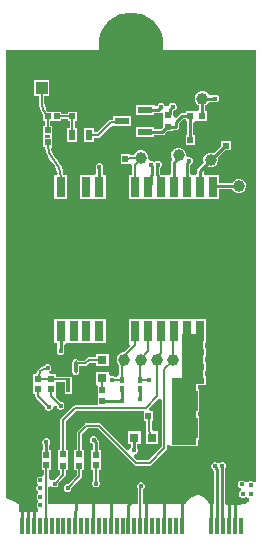
<source format=gtl>
G04*
G04 #@! TF.GenerationSoftware,Altium Limited,Altium Designer,23.6.0 (18)*
G04*
G04 Layer_Physical_Order=1*
G04 Layer_Color=255*
%FSLAX44Y44*%
%MOMM*%
G71*
G04*
G04 #@! TF.SameCoordinates,B62FFF2A-40BB-47C2-B022-6C0D6E2DF31E*
G04*
G04*
G04 #@! TF.FilePolarity,Positive*
G04*
G01*
G75*
%ADD17C,0.2540*%
%ADD26R,0.5500X0.6000*%
G04:AMPARAMS|DCode=27|XSize=1.164mm|YSize=0.3358mm|CornerRadius=0.1679mm|HoleSize=0mm|Usage=FLASHONLY|Rotation=90.000|XOffset=0mm|YOffset=0mm|HoleType=Round|Shape=RoundedRectangle|*
%AMROUNDEDRECTD27*
21,1,1.1640,0.0000,0,0,90.0*
21,1,0.8281,0.3358,0,0,90.0*
1,1,0.3358,0.0000,0.4141*
1,1,0.3358,0.0000,-0.4141*
1,1,0.3358,0.0000,-0.4141*
1,1,0.3358,0.0000,0.4141*
%
%ADD27ROUNDEDRECTD27*%
%ADD28R,0.3358X1.1640*%
%ADD29R,0.8000X0.8000*%
%ADD30R,0.5500X0.5500*%
%ADD31R,0.5500X0.5500*%
%ADD32R,0.5153X0.4725*%
%ADD33R,0.3500X1.4500*%
%ADD34R,0.4500X0.5000*%
%ADD35R,1.1546X1.7062*%
%ADD36R,1.2700X0.5588*%
%ADD37R,0.6000X0.9000*%
%ADD38R,0.5000X0.6000*%
%ADD39R,0.8000X0.8000*%
%ADD40R,0.5000X0.5000*%
%ADD41R,0.5000X0.5000*%
%ADD42R,0.6000X0.5000*%
%ADD47R,1.0000X1.0500*%
%ADD48R,1.0500X2.2000*%
%ADD61C,0.1905*%
%ADD62C,0.2413*%
%ADD63C,1.0000*%
%ADD64R,0.8001X1.7983*%
%ADD65C,0.4064*%
%ADD66C,5.5000*%
G36*
X171000Y133500D02*
X165000D01*
Y82000D01*
X144000D01*
Y138000D01*
X152993D01*
Y175690D01*
X171000D01*
Y133500D01*
D02*
G37*
G36*
X215922Y50937D02*
X215354Y50617D01*
X213382Y50158D01*
X212870Y50670D01*
X211657Y51172D01*
X210343D01*
X209130Y50670D01*
X208883Y50423D01*
X206896Y50198D01*
X205800Y50582D01*
X205328Y51055D01*
X204114Y51557D01*
X202801D01*
X201587Y51055D01*
X200658Y50126D01*
X200156Y48912D01*
Y47599D01*
X200658Y46385D01*
X201587Y45456D01*
X201804Y45366D01*
D01*
X202801Y44953D01*
X203000D01*
Y43113D01*
X202244Y42799D01*
X202051Y42607D01*
D01*
X201315Y41870D01*
X200812Y40657D01*
Y39343D01*
X201315Y38130D01*
X202244Y37201D01*
X203458Y36698D01*
X204771D01*
X205862Y37150D01*
X205985Y37201D01*
X207318Y37760D01*
X209458Y36676D01*
X209639Y34243D01*
X208588Y33541D01*
X207209Y32162D01*
X207209Y32162D01*
X206767Y31500D01*
X203000D01*
Y31000D01*
X190060D01*
Y31500D01*
X189620D01*
Y61855D01*
X189895Y62130D01*
X190397Y63343D01*
Y64657D01*
X189895Y65870D01*
X188966Y66799D01*
X187752Y67302D01*
X186439D01*
X185225Y66799D01*
X184063Y66026D01*
X182902Y66799D01*
X181688Y67302D01*
X180375D01*
X179161Y66799D01*
X178232Y65870D01*
X177729Y64657D01*
Y63343D01*
X178232Y62130D01*
X179161Y61201D01*
X179484Y61067D01*
X179524Y60864D01*
X180072Y60045D01*
X180380Y59737D01*
Y31500D01*
X175948D01*
X175902Y31731D01*
X175007Y33894D01*
X174123Y35217D01*
X172467Y36872D01*
X171144Y37757D01*
X171144Y37757D01*
X168981Y38652D01*
X168981Y38653D01*
X167421Y38963D01*
X165079D01*
X163519Y38653D01*
X163519Y38652D01*
X161356Y37757D01*
X160033Y36872D01*
X158377Y35217D01*
X157493Y33894D01*
X157493Y33894D01*
X156597Y31731D01*
X156552Y31500D01*
X119766D01*
Y44158D01*
X119870Y44201D01*
X120799Y45130D01*
X121302Y46343D01*
Y47657D01*
X120799Y48870D01*
X119870Y49799D01*
X118657Y50302D01*
X117343D01*
X116130Y49799D01*
X115201Y48870D01*
X114698Y47657D01*
Y46343D01*
X115201Y45130D01*
X115234Y45096D01*
Y31500D01*
X39766D01*
Y46370D01*
X41761Y46992D01*
X42306Y47024D01*
X43130Y46201D01*
X44343Y45698D01*
X45657D01*
X46870Y46201D01*
X47799Y47130D01*
X48302Y48343D01*
Y49097D01*
X53602Y54398D01*
X54093Y55133D01*
X54266Y56000D01*
Y60230D01*
X56270D01*
Y67690D01*
X56270Y67770D01*
Y70230D01*
X56270Y70310D01*
Y77770D01*
X54266D01*
Y102061D01*
X62939Y110734D01*
X118236D01*
X120480Y110020D01*
X120480Y108194D01*
Y101980D01*
X122734D01*
Y94085D01*
X122685Y94036D01*
X122685D01*
X122230Y93270D01*
X122230Y93270D01*
X122230Y91684D01*
Y82730D01*
X132770D01*
Y93270D01*
X129621D01*
X127266Y94036D01*
Y101980D01*
X128520D01*
Y110020D01*
X125817D01*
X124765Y112560D01*
X133194Y120989D01*
X134793Y120626D01*
X135734Y120016D01*
Y79939D01*
X124497Y68702D01*
X114987D01*
X112531Y71158D01*
X112572Y71981D01*
X113312Y73969D01*
X113870Y74201D01*
X114799Y75130D01*
X115302Y76343D01*
Y77657D01*
X114799Y78870D01*
X114590Y79080D01*
Y82730D01*
X117770D01*
Y93270D01*
X107230D01*
Y82730D01*
X109410D01*
Y79080D01*
X109201Y78870D01*
X108969Y78312D01*
X106981Y77572D01*
X106158Y77531D01*
X84087Y99602D01*
X83351Y100094D01*
X82484Y100266D01*
X72000D01*
X71133Y100094D01*
X70398Y99602D01*
X64398Y93602D01*
X63906Y92867D01*
X63734Y92000D01*
Y77770D01*
X61730D01*
Y70310D01*
X61730Y70230D01*
Y67770D01*
X61730Y67690D01*
Y60230D01*
X63734D01*
Y55939D01*
X56097Y48302D01*
X55343D01*
X54130Y47799D01*
X53201Y46870D01*
X52698Y45657D01*
Y44343D01*
X53201Y43130D01*
X54130Y42201D01*
X55343Y41698D01*
X56657D01*
X57870Y42201D01*
X58799Y43130D01*
X59302Y44343D01*
Y45097D01*
X67602Y53398D01*
X68094Y54133D01*
X68266Y55000D01*
Y60230D01*
X70270D01*
Y67690D01*
X70270Y67770D01*
Y70230D01*
X70270Y70310D01*
Y77770D01*
X68266D01*
Y91061D01*
X72939Y95734D01*
X81545D01*
X112446Y64834D01*
X113181Y64343D01*
X114048Y64170D01*
X114048Y64170D01*
X125436D01*
X126303Y64343D01*
X127038Y64834D01*
X139602Y77398D01*
X140093Y78133D01*
X140266Y79000D01*
X140266Y79000D01*
Y81564D01*
X142625Y82000D01*
X143028Y81028D01*
X144000Y80625D01*
X165000D01*
X165972Y81028D01*
X166375Y82000D01*
Y86199D01*
X167285D01*
Y105801D01*
X166375D01*
Y109199D01*
X167285D01*
Y128801D01*
X166375D01*
Y132125D01*
X171000D01*
X171253Y132230D01*
X172770D01*
Y139770D01*
X172375D01*
Y144230D01*
X172770D01*
Y151770D01*
X172375D01*
Y156230D01*
X172770D01*
Y163770D01*
X172375D01*
Y167740D01*
X173262D01*
Y188263D01*
X162721D01*
Y188264D01*
X162264D01*
Y188263D01*
X153806D01*
X151723Y188263D01*
X149183Y188263D01*
X140725Y188263D01*
X138185Y188263D01*
X129726Y188263D01*
X127186Y188263D01*
X118728Y188263D01*
X116188Y188263D01*
X107730D01*
Y167740D01*
X107943D01*
X108996Y165200D01*
X104065Y160270D01*
X102753D01*
X100448Y159315D01*
X98685Y157552D01*
X97730Y155247D01*
Y152753D01*
X98685Y150448D01*
X99734Y149399D01*
Y140520D01*
X98480D01*
Y140135D01*
X95940Y139480D01*
X95870Y139549D01*
X94657Y140052D01*
X93343D01*
X93194Y139990D01*
X90767Y141329D01*
X90653Y141478D01*
Y143810D01*
X80113D01*
Y133270D01*
X80113D01*
X81503Y131876D01*
Y125416D01*
X81503Y123836D01*
X81503Y121296D01*
Y115266D01*
X62000D01*
X61133Y115093D01*
X60398Y114602D01*
X50398Y104602D01*
X49907Y103867D01*
X49734Y103000D01*
Y77770D01*
X47730D01*
Y70310D01*
X47730Y70230D01*
Y67770D01*
X47730Y67690D01*
Y60230D01*
X49734D01*
Y56939D01*
X45097Y52302D01*
X44343D01*
X43130Y51799D01*
X40455Y52639D01*
X40093Y53133D01*
X40266Y54000D01*
Y60480D01*
X42020D01*
Y68980D01*
Y77520D01*
X40590D01*
Y81920D01*
X40799Y82130D01*
X41302Y83343D01*
Y84657D01*
X40799Y85870D01*
X39870Y86799D01*
X38657Y87302D01*
X37343D01*
X36130Y86799D01*
X35201Y85870D01*
X34698Y84657D01*
Y83343D01*
X35201Y82130D01*
X35410Y81920D01*
Y77520D01*
X33980D01*
Y68980D01*
Y60480D01*
X35734D01*
Y56836D01*
X33657Y54947D01*
X32343D01*
X31130Y54444D01*
X30201Y53516D01*
X29698Y52302D01*
Y51000D01*
Y50988D01*
X30201Y49775D01*
X31000Y48976D01*
Y47956D01*
X30081Y47036D01*
D01*
X29578Y45823D01*
Y44509D01*
X30081Y43295D01*
X31000Y42376D01*
Y40670D01*
X30259Y39928D01*
D01*
X30201Y39870D01*
D01*
X29698Y38657D01*
Y37343D01*
X30201Y36130D01*
X31000Y35330D01*
Y33670D01*
X30201Y32870D01*
D01*
D01*
X29698Y31657D01*
Y31500D01*
Y30343D01*
X30201Y29130D01*
X31000Y28330D01*
Y25000D01*
X15000D01*
Y31500D01*
X13233D01*
X12791Y32162D01*
X11412Y33541D01*
X11412Y33541D01*
X10088Y34425D01*
X10088Y34425D01*
X8286Y35172D01*
X7699Y35289D01*
X7125Y35463D01*
X6150Y35559D01*
X4078Y37200D01*
Y38000D01*
Y39343D01*
X4078Y415922D01*
X215922D01*
X215922Y50937D01*
D02*
G37*
%LPC*%
G36*
X171247Y381270D02*
X168753D01*
X166448Y380315D01*
X164685Y378552D01*
X163730Y376247D01*
Y373753D01*
X164685Y371448D01*
X166448Y369685D01*
X167410Y369286D01*
Y366354D01*
X166230Y364270D01*
X163770D01*
X163690Y364270D01*
X156230D01*
Y362590D01*
X152607D01*
X151616Y362393D01*
X150776Y361831D01*
X147810Y358865D01*
X145270Y359917D01*
Y361980D01*
X145320Y362230D01*
Y364657D01*
X145360Y364698D01*
X145657D01*
X146870Y365201D01*
X147799Y366130D01*
X148302Y367343D01*
Y368657D01*
X147799Y369870D01*
X146870Y370799D01*
X145657Y371302D01*
X144343D01*
X143130Y370799D01*
X142201Y369870D01*
X141698Y368657D01*
X140842Y368395D01*
X138302Y368657D01*
X137799Y369870D01*
X136870Y370799D01*
X135657Y371302D01*
X134343D01*
X133130Y370799D01*
X132201Y369870D01*
X131698Y368657D01*
X131456Y368654D01*
X128924Y369214D01*
Y369214D01*
X113684D01*
Y361086D01*
X128924D01*
Y362560D01*
X132150D01*
X133141Y362757D01*
X133981Y363319D01*
X134190Y363527D01*
X136683Y362495D01*
X136730Y362393D01*
Y357310D01*
X136730Y357230D01*
Y354770D01*
X136730Y354690D01*
Y350892D01*
X135277Y349440D01*
X128924D01*
Y350914D01*
X113684D01*
Y342786D01*
X128924D01*
Y344260D01*
X136350D01*
X137341Y344457D01*
X138181Y345019D01*
X140393Y347230D01*
X145270D01*
Y348410D01*
X147857D01*
X148848Y348607D01*
X149688Y349169D01*
X150250Y350009D01*
X150447Y351000D01*
Y354177D01*
X153680Y357410D01*
X156230D01*
Y355730D01*
X157410D01*
Y344270D01*
X156230D01*
Y335730D01*
X163770D01*
Y344270D01*
X162590D01*
Y353646D01*
X163770Y355730D01*
X166230D01*
X166310Y355730D01*
X173770D01*
Y364270D01*
X172590D01*
Y369286D01*
X173552Y369685D01*
X175315Y371448D01*
X175714Y372410D01*
X178920D01*
X179130Y372201D01*
X180343Y371698D01*
X181657D01*
X182870Y372201D01*
X183799Y373130D01*
X184302Y374343D01*
Y375657D01*
X183799Y376870D01*
X182870Y377799D01*
X181657Y378302D01*
X180343D01*
X179130Y377799D01*
X178920Y377590D01*
X175714D01*
X175315Y378552D01*
X173552Y380315D01*
X171247Y381270D01*
D02*
G37*
G36*
X109620Y360064D02*
X94380D01*
Y357058D01*
X92793D01*
X91925Y356886D01*
X91190Y356395D01*
X81310Y346515D01*
X78770Y346866D01*
Y349770D01*
X70230D01*
Y338230D01*
X78770D01*
Y341734D01*
X82000D01*
X82867Y341907D01*
X83602Y342398D01*
X92221Y351016D01*
X94380Y351936D01*
X94380Y351936D01*
Y351936D01*
X94380Y351936D01*
X109620D01*
Y360064D01*
D02*
G37*
G36*
X40270Y390270D02*
X27730D01*
Y377230D01*
X31734D01*
Y372071D01*
X31684D01*
X32057Y368289D01*
X33160Y364652D01*
X34951Y361300D01*
X35368Y360793D01*
Y356368D01*
X36734D01*
Y351770D01*
X35230D01*
Y344310D01*
X35230Y344230D01*
Y341770D01*
X35230Y341690D01*
Y334230D01*
X36890D01*
X37106Y332034D01*
X38405Y327753D01*
X40513Y323809D01*
X43351Y320351D01*
X43351D01*
X43424Y320347D01*
X45232Y318143D01*
X46602Y315581D01*
X47446Y312800D01*
X47510Y312142D01*
X45805Y310260D01*
X44738D01*
Y289736D01*
X55279D01*
Y310260D01*
X52290D01*
X51951Y313696D01*
X50847Y317339D01*
X49052Y320695D01*
X46638Y323638D01*
X46638Y323638D01*
X45030Y325512D01*
X44333Y326361D01*
X42649Y329511D01*
X41988Y331690D01*
X42770Y334230D01*
X42770D01*
Y341690D01*
X42770Y341770D01*
Y344230D01*
X42770Y344310D01*
Y351770D01*
X41266D01*
Y356368D01*
X50632D01*
Y357734D01*
X56230D01*
Y356230D01*
X57734D01*
Y349770D01*
X55230D01*
Y338230D01*
X63770D01*
Y349770D01*
X62266D01*
Y356230D01*
X63770D01*
Y363770D01*
X56230D01*
Y362266D01*
X50632D01*
Y363632D01*
X38952D01*
X38771Y363853D01*
X37404Y366410D01*
X36562Y369185D01*
X36278Y372071D01*
X36266D01*
Y377230D01*
X40270D01*
Y390270D01*
D02*
G37*
G36*
X194270Y338770D02*
X185730D01*
Y334893D01*
X179563Y328725D01*
X178247Y329270D01*
X175753D01*
X173448Y328315D01*
X171685Y326552D01*
X170730Y324247D01*
Y321753D01*
X171128Y320791D01*
X166160Y315823D01*
X165599Y314983D01*
X165402Y313992D01*
Y312056D01*
X163606Y310260D01*
X161379D01*
X159583Y312056D01*
Y318698D01*
X159657D01*
X160870Y319201D01*
X161799Y320130D01*
X162302Y321343D01*
Y322657D01*
X161799Y323870D01*
X160870Y324799D01*
X159657Y325302D01*
X158623D01*
X158269Y325370D01*
X156270Y327192D01*
Y328247D01*
X155315Y330552D01*
X153552Y332315D01*
X151247Y333270D01*
X148753D01*
X146448Y332315D01*
X144685Y330552D01*
X143730Y328247D01*
Y325753D01*
X144685Y323448D01*
X144745Y323388D01*
X144169Y322813D01*
X143607Y321972D01*
X143410Y320981D01*
Y312056D01*
X141614Y310260D01*
X140725D01*
X138185Y310260D01*
X134657D01*
X134536Y310871D01*
X134118Y311496D01*
Y316084D01*
X134400Y316201D01*
X135329Y317130D01*
X135832Y318343D01*
Y319657D01*
X135329Y320871D01*
X134400Y321799D01*
X133187Y322302D01*
X131873D01*
X130659Y321799D01*
X129498Y321026D01*
X128336Y321799D01*
X127123Y322302D01*
X126418D01*
X125218Y323112D01*
X124270Y324414D01*
Y326247D01*
X123315Y328552D01*
X121552Y330315D01*
X119247Y331270D01*
X116753D01*
X114448Y330315D01*
X112685Y328552D01*
X112152Y327266D01*
X108770D01*
Y328270D01*
X101230D01*
Y319730D01*
X108312D01*
X109213Y319417D01*
X110735Y318341D01*
Y310260D01*
X107730D01*
Y289736D01*
X116188D01*
X118271Y289736D01*
X120811Y289736D01*
X129269D01*
Y289736D01*
X129726D01*
Y289736D01*
X138185D01*
X140267Y289736D01*
X142807Y289736D01*
X151266Y289736D01*
X153806Y289736D01*
X162264Y289736D01*
X164804Y289736D01*
X173262Y289736D01*
X175802Y289736D01*
X184260D01*
Y298410D01*
X195286D01*
X195685Y297448D01*
X197448Y295685D01*
X199753Y294730D01*
X202247D01*
X204552Y295685D01*
X206315Y297448D01*
X207270Y299753D01*
Y302247D01*
X206315Y304552D01*
X204552Y306315D01*
X202247Y307270D01*
X199753D01*
X197448Y306315D01*
X195685Y304552D01*
X195286Y303590D01*
X184260D01*
Y310260D01*
X175802D01*
X173719Y310260D01*
X172377D01*
X171767Y310870D01*
Y314105D01*
X174791Y317128D01*
X175753Y316730D01*
X178247D01*
X180552Y317685D01*
X182315Y319448D01*
X183270Y321753D01*
Y324247D01*
X183018Y324855D01*
X189393Y331230D01*
X194270D01*
Y338770D01*
D02*
G37*
G36*
X83657Y320302D02*
X82343D01*
X81130Y319799D01*
X80201Y318870D01*
X79698Y317657D01*
Y316343D01*
X80201Y315130D01*
X80413Y314917D01*
Y312056D01*
X78617Y310260D01*
X77733D01*
X75193Y310260D01*
X66734D01*
Y289736D01*
X75193D01*
X77275Y289736D01*
X79815Y289736D01*
X88274D01*
Y310260D01*
X85593D01*
Y314923D01*
X85799Y315130D01*
X86302Y316343D01*
Y317657D01*
X85799Y318870D01*
X84870Y319799D01*
X83657Y320302D01*
D02*
G37*
G36*
X77733Y188263D02*
X75193Y188263D01*
X66734Y188263D01*
X64194Y188263D01*
X55736Y188263D01*
X53196Y188263D01*
X44738D01*
Y167740D01*
X47419D01*
Y163088D01*
X47201Y162870D01*
X46698Y161657D01*
Y160343D01*
X47201Y159130D01*
X48130Y158201D01*
X49343Y157698D01*
X50657D01*
X51870Y158201D01*
X52799Y159130D01*
X53302Y160343D01*
Y161657D01*
X52799Y162870D01*
X52598Y163071D01*
Y165944D01*
X54394Y167740D01*
X55279D01*
X57819Y167740D01*
X66277Y167740D01*
X68817Y167740D01*
X77275Y167740D01*
X79815Y167740D01*
X88274D01*
Y188263D01*
X77733Y188263D01*
D02*
G37*
G36*
X90653Y158810D02*
X80113D01*
Y155806D01*
X73714D01*
X72847Y155633D01*
X72111Y155142D01*
X70124Y153155D01*
X65669D01*
X65126Y153968D01*
X64151Y154620D01*
X63000Y154848D01*
X61849Y154620D01*
X60874Y153968D01*
X60222Y152992D01*
X59993Y151842D01*
Y143560D01*
X60222Y142410D01*
X60874Y141434D01*
X61849Y140782D01*
X63000Y140553D01*
X64151Y140782D01*
X65126Y141434D01*
X65778Y142410D01*
X66007Y143560D01*
Y148623D01*
X71063D01*
X71930Y148796D01*
X72665Y149287D01*
X74652Y151274D01*
X80113D01*
Y148270D01*
X90653D01*
Y158810D01*
D02*
G37*
G36*
X39657Y150302D02*
X38343D01*
X37130Y149799D01*
X36201Y148870D01*
X36187Y148837D01*
X34227Y148025D01*
X32249Y146508D01*
D01*
X31373Y145627D01*
D01*
X29922Y143736D01*
X29011Y141534D01*
X29009Y141520D01*
X26980D01*
Y132980D01*
Y124480D01*
X28734D01*
Y123000D01*
X28907Y122133D01*
X29398Y121398D01*
X36698Y114097D01*
Y113343D01*
X37201Y112130D01*
X38130Y111201D01*
X39343Y110698D01*
X40657D01*
X41870Y111201D01*
X42799Y112130D01*
X43302Y113343D01*
Y113769D01*
X45515Y115159D01*
X45649Y115189D01*
X46698Y114407D01*
Y114343D01*
X47201Y113130D01*
X48130Y112201D01*
X49343Y111698D01*
X50657D01*
X51870Y112201D01*
X52799Y113130D01*
X53302Y114343D01*
Y115657D01*
X52799Y116870D01*
X51870Y117799D01*
X50657Y118302D01*
X49903D01*
X46193Y122012D01*
X46020Y124480D01*
X46020D01*
Y134984D01*
X53551D01*
Y125209D01*
X59449D01*
Y139389D01*
X56329D01*
X55690Y139516D01*
X46020D01*
Y141520D01*
X41036D01*
X40531Y144060D01*
X40870Y144201D01*
X41799Y145130D01*
X42302Y146343D01*
Y147657D01*
X41799Y148870D01*
X40870Y149799D01*
X39657Y150302D01*
D02*
G37*
G36*
X78657Y89302D02*
X77343D01*
X76130Y88799D01*
X75201Y87870D01*
X74698Y86657D01*
Y85343D01*
X75201Y84130D01*
X76130Y83201D01*
X77343Y82698D01*
X77410D01*
Y77520D01*
X75980D01*
Y68980D01*
Y60480D01*
X77734D01*
Y51404D01*
X77201Y50870D01*
X76698Y49657D01*
Y48343D01*
X77201Y47130D01*
X78130Y46201D01*
X79343Y45698D01*
X80657D01*
X81870Y46201D01*
X82799Y47130D01*
X83302Y48343D01*
Y49657D01*
X82799Y50870D01*
X82266Y51404D01*
Y60480D01*
X84020D01*
Y68980D01*
Y77520D01*
X82590D01*
Y84000D01*
X82393Y84991D01*
X81831Y85831D01*
X81302Y86361D01*
Y86657D01*
X80799Y87870D01*
X79870Y88799D01*
X78657Y89302D01*
D02*
G37*
%LPD*%
G36*
X41395Y344230D02*
Y341770D01*
Y341770D01*
X36605D01*
Y341770D01*
Y344230D01*
Y344230D01*
X41395D01*
Y344230D01*
D02*
G37*
D17*
X112500Y88000D02*
G03*
X112000Y86793I1207J-1207D01*
G01*
X85523Y118856D02*
X85595Y118928D01*
X101928D01*
X102000Y119000D01*
X69468Y121045D02*
X69500Y121076D01*
Y132299D01*
X146000Y320981D02*
X150000Y324981D01*
Y327000D01*
X146000Y300003D02*
Y320981D01*
X159500Y360000D02*
X160000Y359500D01*
X141000Y351000D02*
X147857D01*
X152607Y360000D02*
X159500D01*
X147857Y355249D02*
X152607Y360000D01*
X147857Y351000D02*
Y355249D01*
X63000Y26388D02*
Y38000D01*
X77500Y12750D02*
Y34000D01*
X193000Y27879D02*
Y37000D01*
X192500Y27379D02*
X193000Y27879D01*
X192500Y12750D02*
Y27379D01*
X62500Y12750D02*
Y25888D01*
X63000Y26388D01*
X78000Y86000D02*
X80000Y84000D01*
Y73250D02*
Y84000D01*
X112000Y77000D02*
Y86793D01*
X106000Y106000D02*
X115000D01*
X117000Y121000D02*
Y129250D01*
X102000Y119000D02*
Y129250D01*
X38000Y73250D02*
Y84000D01*
X83000Y317000D02*
X83003Y316997D01*
Y299998D02*
Y316997D01*
X156993Y319993D02*
X159000Y322000D01*
X156993Y299998D02*
Y319993D01*
X50000Y161000D02*
X50009Y161008D01*
Y178002D01*
X179992Y301000D02*
X201000D01*
X178990Y299998D02*
X179992Y301000D01*
X145995Y299998D02*
X146000Y300003D01*
X167992Y313992D02*
X177000Y323000D01*
X167992Y299998D02*
Y313992D01*
X177500Y323000D02*
X189500Y335000D01*
X190000D01*
X177000Y323000D02*
X177500D01*
X190000Y345000D02*
Y354000D01*
X170000Y340000D02*
X177000D01*
X170000Y375000D02*
X181000D01*
X170000Y360000D02*
Y375000D01*
X160000Y340000D02*
Y359500D01*
Y340000D02*
X160000Y340000D01*
X136350Y346850D02*
X140500Y351000D01*
X121304Y346850D02*
X136350D01*
X140500Y351000D02*
X141000D01*
X142730Y365730D02*
X145000Y368000D01*
X141500Y361000D02*
X142730Y362230D01*
X141000Y361000D02*
X141500D01*
X142730Y362230D02*
Y365730D01*
X132150Y365150D02*
X135000Y368000D01*
X121304Y365150D02*
X132150D01*
X95000Y324000D02*
Y334000D01*
X95000Y324000D02*
X95000Y324000D01*
X70000Y360000D02*
X79000D01*
X176000Y43588D02*
X177500Y42088D01*
Y12750D02*
Y42088D01*
X176000Y43588D02*
Y44000D01*
X111000Y34588D02*
Y35000D01*
X107500Y31088D02*
X111000Y34588D01*
X107500Y12750D02*
Y31088D01*
X197500Y12750D02*
Y33000D01*
X152000Y36000D02*
X152500Y35500D01*
Y12750D02*
Y35500D01*
X137000Y36000D02*
X137500Y35500D01*
Y12750D02*
Y35500D01*
X122500Y34500D02*
X123000Y35000D01*
X122500Y12750D02*
Y34500D01*
X92500Y33500D02*
X93000Y34000D01*
X92500Y12750D02*
Y33500D01*
X27500Y12750D02*
Y29000D01*
X27000Y12750D02*
X27500D01*
X22500D02*
Y29000D01*
X17500Y12750D02*
Y27000D01*
D26*
X31000Y137250D02*
D03*
Y128750D02*
D03*
X42000Y137250D02*
D03*
Y128750D02*
D03*
X38000Y73250D02*
D03*
Y64750D02*
D03*
X80000Y73250D02*
D03*
Y64750D02*
D03*
D27*
X63000Y147701D02*
D03*
X69500Y132299D02*
D03*
D28*
X56500D02*
D03*
D29*
X85384Y138540D02*
D03*
Y153540D02*
D03*
D30*
X85523Y118856D02*
D03*
Y127856D02*
D03*
D31*
X124500Y106000D02*
D03*
X115500D02*
D03*
D32*
X39214Y360000D02*
D03*
X46786D02*
D03*
D33*
X17500Y12750D02*
D03*
X22500D02*
D03*
X27500D02*
D03*
X32500D02*
D03*
X37500D02*
D03*
X42500D02*
D03*
X47500D02*
D03*
X52500D02*
D03*
X57500D02*
D03*
X62500D02*
D03*
X67500D02*
D03*
X72500D02*
D03*
X77500D02*
D03*
X82500D02*
D03*
X87500D02*
D03*
X92500D02*
D03*
X97500D02*
D03*
X102500D02*
D03*
X107500D02*
D03*
X112500D02*
D03*
X117500D02*
D03*
X122500D02*
D03*
X127500D02*
D03*
X132500D02*
D03*
X137500D02*
D03*
X142500D02*
D03*
X147500D02*
D03*
X152500D02*
D03*
X187500D02*
D03*
X192500D02*
D03*
X197500D02*
D03*
X202500D02*
D03*
X182500D02*
D03*
X177500D02*
D03*
D34*
X102000Y136750D02*
D03*
Y129250D02*
D03*
X117000Y136750D02*
D03*
Y129250D02*
D03*
D35*
X185758Y96000D02*
D03*
X160242D02*
D03*
X185758Y119000D02*
D03*
X160242D02*
D03*
D36*
X121304Y346850D02*
D03*
Y365150D02*
D03*
X102000Y356000D02*
D03*
D37*
X59500Y344000D02*
D03*
X74500D02*
D03*
D38*
X170000Y340000D02*
D03*
X160000D02*
D03*
X95000Y324000D02*
D03*
X105000D02*
D03*
X160000Y360000D02*
D03*
X170000D02*
D03*
D39*
X127500Y88000D02*
D03*
X112500D02*
D03*
D40*
X70000Y360000D02*
D03*
X60000D02*
D03*
X179000Y160000D02*
D03*
X169000D02*
D03*
X179000Y148000D02*
D03*
X169000D02*
D03*
X179000Y136000D02*
D03*
X169000D02*
D03*
D41*
X39000Y348000D02*
D03*
Y338000D02*
D03*
D42*
X66000Y64000D02*
D03*
Y74000D02*
D03*
X52000Y64000D02*
D03*
Y74000D02*
D03*
X190000Y335000D02*
D03*
Y345000D02*
D03*
X141000Y361000D02*
D03*
Y351000D02*
D03*
D47*
X34000Y383750D02*
D03*
D48*
X19250Y399000D02*
D03*
X48750D02*
D03*
D61*
X33000Y144000D02*
G03*
X31000Y139172I4828J-4828D01*
G01*
X39000Y147000D02*
G03*
X33879Y144879I0J-7243D01*
G01*
X118000Y47000D02*
G03*
X117500Y45793I1207J-1207D01*
G01*
X125000Y94036D02*
G03*
X127500Y88000I8536J0D01*
G01*
X59500Y344000D02*
G03*
X60000Y345207I-1207J1207D01*
G01*
X34000Y372071D02*
G03*
X39000Y360000I17071J0D01*
G01*
X39000Y336485D02*
G03*
X45000Y322000I20485J0D01*
G01*
X50009Y309908D02*
G03*
X45000Y322000I-17100J0D01*
G01*
X42000Y137250D02*
X55690D01*
X56500Y132299D02*
Y136440D01*
X55690Y137250D02*
X56500Y136440D01*
X85523Y127856D02*
Y138400D01*
X85384Y138540D02*
X85523Y138400D01*
X63000Y147701D02*
Y150218D01*
X63671Y150889D01*
X71063D01*
X73714Y153540D01*
X85384D01*
X102000Y136750D02*
Y155000D01*
X113000Y166000D01*
X31000Y137250D02*
Y139172D01*
X33000Y144000D02*
X33879Y144879D01*
X31000Y137250D02*
X42000D01*
X31000Y123000D02*
X40000Y114000D01*
X31000Y123000D02*
Y128750D01*
X42000Y123000D02*
X50000Y115000D01*
X42000Y123000D02*
Y128750D01*
X117500Y12750D02*
Y45793D01*
X145000Y154000D02*
Y177007D01*
X145995Y178002D01*
X114048Y66436D02*
X125436D01*
X72000Y98000D02*
X82484D01*
X114048Y66436D01*
X66000Y92000D02*
X72000Y98000D01*
X66000Y74000D02*
Y92000D01*
X125436Y66436D02*
X138000Y79000D01*
Y145888D02*
X145000Y152888D01*
X138000Y79000D02*
Y145888D01*
X145000Y152888D02*
Y154000D01*
X52000Y103000D02*
X62000Y113000D01*
X52000Y74000D02*
Y103000D01*
X62000Y113000D02*
X122000D01*
X132000Y123000D01*
Y154000D01*
Y156191D02*
X134997Y159187D01*
Y178002D01*
X132000Y154000D02*
Y156191D01*
X125000Y94036D02*
Y106000D01*
X117000Y136750D02*
X125000D01*
X94000D02*
X102000D01*
X113000Y166000D02*
Y178002D01*
X117000Y136750D02*
Y154000D01*
X123999Y160999D01*
Y178002D01*
X113000Y318887D02*
X118000Y323887D01*
X113000Y299998D02*
Y318887D01*
X118000Y323887D02*
Y325000D01*
X108000D02*
X118000D01*
X107000Y324000D02*
X108000Y325000D01*
X92793Y354793D02*
X100793D01*
X102000Y356000D01*
X82000Y344000D02*
X92793Y354793D01*
X74500Y344000D02*
X82000D01*
X60000Y345207D02*
Y360000D01*
X47000D02*
X60000D01*
X39000D02*
X39000Y360000D01*
Y348000D02*
Y360000D01*
X34000Y372071D02*
Y383750D01*
X39000Y336485D02*
Y338000D01*
X50009Y299998D02*
Y309908D01*
X80000Y49000D02*
Y64750D01*
X45000Y49000D02*
X52000Y56000D01*
Y64000D01*
X56000Y45000D02*
X66000Y55000D01*
Y64000D01*
X38000Y54000D02*
Y64750D01*
X37500Y53500D02*
X38000Y54000D01*
X37500Y12750D02*
Y53500D01*
D62*
X187096Y13727D02*
G03*
X187500Y12750I1381J0D01*
G01*
X182500D02*
G03*
X182904Y13727I-976J976D01*
G01*
X187096D02*
Y64000D01*
X187096Y64000D01*
X127402Y310514D02*
Y317617D01*
X126793Y302792D02*
Y309905D01*
X127402Y310514D01*
X123999Y299998D02*
X126793Y302792D01*
X181031Y64000D02*
X181857Y63175D01*
Y61830D02*
Y63175D01*
Y61830D02*
X182904Y60783D01*
Y13727D02*
Y60783D01*
X131593Y310514D02*
Y317617D01*
X132203Y302792D02*
X134997Y299998D01*
X131593Y310514D02*
X132203Y309905D01*
Y302792D02*
Y309905D01*
D63*
X132000Y154000D02*
D03*
X177000Y323000D02*
D03*
X118000Y325000D02*
D03*
X150000Y327000D02*
D03*
X170000Y375000D02*
D03*
X201000Y301000D02*
D03*
X104000Y154000D02*
D03*
X118000D02*
D03*
X145000D02*
D03*
D64*
X113000Y299998D02*
D03*
X156993D02*
D03*
X167992D02*
D03*
X178990D02*
D03*
X123999D02*
D03*
X134997D02*
D03*
X145995D02*
D03*
X83003D02*
D03*
X50009D02*
D03*
X61007D02*
D03*
X72005D02*
D03*
X39010D02*
D03*
X72005Y178002D02*
D03*
X50009D02*
D03*
X39010D02*
D03*
X83003D02*
D03*
X61007D02*
D03*
X145995D02*
D03*
X134997D02*
D03*
X123999D02*
D03*
X178990D02*
D03*
X167992D02*
D03*
X156993D02*
D03*
X113000D02*
D03*
D65*
X69468Y121045D02*
D03*
X40000Y114000D02*
D03*
X50000Y115000D02*
D03*
X39000Y147000D02*
D03*
X118000Y47000D02*
D03*
X200000Y78350D02*
D03*
X207794Y79007D02*
D03*
X203112Y61996D02*
D03*
X211343Y71000D02*
D03*
X212000Y61000D02*
D03*
X63000Y38000D02*
D03*
X193000Y37000D02*
D03*
X208000Y193000D02*
D03*
X205000Y239000D02*
D03*
X206000Y215000D02*
D03*
Y259000D02*
D03*
Y268000D02*
D03*
Y276000D02*
D03*
X213640Y410220D02*
D03*
X209830Y402600D02*
D03*
X213640Y394980D02*
D03*
X209830Y387360D02*
D03*
X206020Y410220D02*
D03*
X202210Y402600D02*
D03*
X206020Y394980D02*
D03*
X202210Y387360D02*
D03*
Y174000D02*
D03*
Y158760D02*
D03*
Y143520D02*
D03*
X198400Y410220D02*
D03*
X194590Y402600D02*
D03*
X198400Y394980D02*
D03*
X194590Y387360D02*
D03*
X190780Y410220D02*
D03*
X186970Y402600D02*
D03*
X190780Y394980D02*
D03*
X186970Y387360D02*
D03*
X183160Y410220D02*
D03*
X179350Y402600D02*
D03*
X183160Y394980D02*
D03*
X179350Y387360D02*
D03*
X175540Y410220D02*
D03*
X171730Y402600D02*
D03*
X175540Y394980D02*
D03*
X171730Y387360D02*
D03*
X167920Y410220D02*
D03*
X164110Y402600D02*
D03*
X167920Y394980D02*
D03*
X164110Y387360D02*
D03*
X160300Y410220D02*
D03*
X156490Y402600D02*
D03*
X160300Y394980D02*
D03*
X156490Y387360D02*
D03*
X152680Y410220D02*
D03*
X148870Y402600D02*
D03*
X152680Y394980D02*
D03*
X148870Y387360D02*
D03*
X145060Y410220D02*
D03*
X141250Y402600D02*
D03*
X145060Y394980D02*
D03*
X141250Y387360D02*
D03*
X137440Y394980D02*
D03*
X133630Y387360D02*
D03*
X126010D02*
D03*
X110770Y372120D02*
D03*
X106960Y379740D02*
D03*
X103150Y372120D02*
D03*
X106960Y364500D02*
D03*
X103150Y341640D02*
D03*
X95530Y387360D02*
D03*
X99340Y379740D02*
D03*
X95530Y372120D02*
D03*
X99340Y364500D02*
D03*
X95530Y341640D02*
D03*
Y311160D02*
D03*
Y295920D02*
D03*
Y280680D02*
D03*
X87910Y387360D02*
D03*
X91720Y379740D02*
D03*
X87910Y372120D02*
D03*
X91720Y364500D02*
D03*
X87910Y341640D02*
D03*
Y326400D02*
D03*
X91720Y303540D02*
D03*
Y288300D02*
D03*
X87910Y280680D02*
D03*
X91720Y273060D02*
D03*
X87910Y265440D02*
D03*
X80290Y402600D02*
D03*
X84100Y394980D02*
D03*
X80290Y387360D02*
D03*
X84100Y379740D02*
D03*
X80290Y372120D02*
D03*
X84100Y364500D02*
D03*
Y334020D02*
D03*
X80290Y326400D02*
D03*
Y280680D02*
D03*
X84100Y273060D02*
D03*
X80290Y265440D02*
D03*
X76480Y410220D02*
D03*
X72670Y402600D02*
D03*
X76480Y394980D02*
D03*
X72670Y387360D02*
D03*
X76480Y379740D02*
D03*
X72670Y372120D02*
D03*
X76480Y334020D02*
D03*
X72670Y326400D02*
D03*
X76480Y318780D02*
D03*
Y273060D02*
D03*
X72670Y265440D02*
D03*
X68860Y410220D02*
D03*
X65050Y402600D02*
D03*
X68860Y394980D02*
D03*
X65050Y387360D02*
D03*
X68860Y379740D02*
D03*
X65050Y372120D02*
D03*
X68860Y334020D02*
D03*
X65050Y326400D02*
D03*
X68860Y318780D02*
D03*
Y273060D02*
D03*
X65050Y265440D02*
D03*
X61240Y379740D02*
D03*
X57430Y372120D02*
D03*
X61240Y334020D02*
D03*
X57430Y326400D02*
D03*
Y280680D02*
D03*
X53620Y379740D02*
D03*
X49810Y372120D02*
D03*
Y280680D02*
D03*
X42190D02*
D03*
X46000Y273060D02*
D03*
X42190Y265440D02*
D03*
X38380Y410220D02*
D03*
X34570Y402600D02*
D03*
Y280680D02*
D03*
X38380Y273060D02*
D03*
X34570Y265440D02*
D03*
X30760Y410220D02*
D03*
X26950Y326400D02*
D03*
X30760Y318780D02*
D03*
X26950Y311160D02*
D03*
X30760Y303540D02*
D03*
X26950Y295920D02*
D03*
X30760Y288300D02*
D03*
X26950Y280680D02*
D03*
X30760Y273060D02*
D03*
X26950Y265440D02*
D03*
X19330Y372120D02*
D03*
X23140Y364500D02*
D03*
X19330Y356880D02*
D03*
X23140Y349260D02*
D03*
X19330Y341640D02*
D03*
X23140Y334020D02*
D03*
X19330Y326400D02*
D03*
X23140Y318780D02*
D03*
X19330Y311160D02*
D03*
X23140Y303540D02*
D03*
X19330Y295920D02*
D03*
X23140Y288300D02*
D03*
X19330Y280680D02*
D03*
X23140Y273060D02*
D03*
X19330Y265440D02*
D03*
Y250200D02*
D03*
Y234960D02*
D03*
Y219720D02*
D03*
Y204480D02*
D03*
Y189240D02*
D03*
Y174000D02*
D03*
Y158760D02*
D03*
Y143520D02*
D03*
Y128280D02*
D03*
Y113040D02*
D03*
Y97800D02*
D03*
Y82560D02*
D03*
Y67320D02*
D03*
X15520Y379740D02*
D03*
X11710Y372120D02*
D03*
X15520Y364500D02*
D03*
X11710Y356880D02*
D03*
X15520Y349260D02*
D03*
X11710Y341640D02*
D03*
X15520Y334020D02*
D03*
X11710Y326400D02*
D03*
X15520Y318780D02*
D03*
X11710Y311160D02*
D03*
X15520Y303540D02*
D03*
X11710Y295920D02*
D03*
X15520Y288300D02*
D03*
X11710Y280680D02*
D03*
X15520Y273060D02*
D03*
X11710Y265440D02*
D03*
X15520Y257820D02*
D03*
X11710Y250200D02*
D03*
X15520Y242580D02*
D03*
X11710Y234960D02*
D03*
X15520Y227340D02*
D03*
X11710Y219720D02*
D03*
X15520Y212100D02*
D03*
X11710Y204480D02*
D03*
X15520Y196860D02*
D03*
X11710Y189240D02*
D03*
X15520Y181620D02*
D03*
X11710Y174000D02*
D03*
X15520Y166380D02*
D03*
X11710Y158760D02*
D03*
X15520Y151140D02*
D03*
X11710Y143520D02*
D03*
X15520Y135900D02*
D03*
X11710Y128280D02*
D03*
X15520Y120660D02*
D03*
X11710Y113040D02*
D03*
X15520Y105420D02*
D03*
X11710Y97800D02*
D03*
X15520Y90180D02*
D03*
X11710Y82560D02*
D03*
X15520Y74940D02*
D03*
X11710Y67320D02*
D03*
X15520Y59700D02*
D03*
X32151Y339810D02*
D03*
X31576Y332800D02*
D03*
X35076Y326800D02*
D03*
X38651Y320417D02*
D03*
X43408Y314602D02*
D03*
X55998Y314097D02*
D03*
X54580Y320095D02*
D03*
X50238Y325800D02*
D03*
X47228Y332057D02*
D03*
X46887Y338234D02*
D03*
X46651Y344528D02*
D03*
X41962Y367714D02*
D03*
X39820Y373823D02*
D03*
X31485Y353188D02*
D03*
X30909Y359800D02*
D03*
X29145Y365800D02*
D03*
X33000Y393477D02*
D03*
X23000Y383750D02*
D03*
X24523Y377500D02*
D03*
X28054Y371915D02*
D03*
X31719Y347000D02*
D03*
X46267Y350969D02*
D03*
X43782Y379467D02*
D03*
X41000Y393477D02*
D03*
X9000Y395000D02*
D03*
Y408000D02*
D03*
X62000Y394000D02*
D03*
X73000Y38000D02*
D03*
X187096Y64000D02*
D03*
X181031D02*
D03*
X78000Y86000D02*
D03*
X132530Y319000D02*
D03*
X126466D02*
D03*
X112000Y77000D02*
D03*
X106000Y106000D02*
D03*
X117000Y121000D02*
D03*
X102000Y119000D02*
D03*
X125000Y136750D02*
D03*
X94000D02*
D03*
X38000Y84000D02*
D03*
X83000Y317000D02*
D03*
X159000Y322000D02*
D03*
X50000Y161000D02*
D03*
X190000Y354000D02*
D03*
X177000Y340000D02*
D03*
X181000Y375000D02*
D03*
X145000Y368000D02*
D03*
X135000D02*
D03*
X95000Y334000D02*
D03*
X79000Y360000D02*
D03*
X39010Y160198D02*
D03*
X64425Y314602D02*
D03*
X36000Y314802D02*
D03*
X199000Y90000D02*
D03*
Y101000D02*
D03*
X198000Y117000D02*
D03*
Y126000D02*
D03*
X188000Y136000D02*
D03*
Y148000D02*
D03*
Y160000D02*
D03*
X159000Y152000D02*
D03*
Y145500D02*
D03*
Y139375D02*
D03*
X176000Y44000D02*
D03*
X195873Y44688D02*
D03*
X196187Y51172D02*
D03*
X111000Y35000D02*
D03*
X204114Y40000D02*
D03*
X203458Y48255D02*
D03*
X211000Y40000D02*
D03*
Y47870D02*
D03*
X152000Y36000D02*
D03*
X137000D02*
D03*
X123000Y35000D02*
D03*
X93000Y34000D02*
D03*
X33000Y31000D02*
D03*
Y38000D02*
D03*
X32880Y45166D02*
D03*
X33000Y51645D02*
D03*
X15000Y50312D02*
D03*
X12791Y42000D02*
D03*
X6395Y41971D02*
D03*
X6826Y50312D02*
D03*
X80000Y49000D02*
D03*
X45000D02*
D03*
X56000Y45000D02*
D03*
D66*
X110000Y420000D02*
D03*
M02*

</source>
